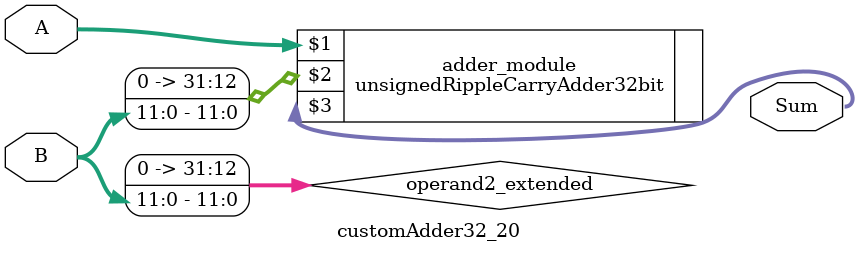
<source format=v>

module customAdder32_20(
                    input [31 : 0] A,
                    input [11 : 0] B,
                    
                    output [32 : 0] Sum
            );

    wire [31 : 0] operand2_extended;
    
    assign operand2_extended =  {20'b0, B};
    
    unsignedRippleCarryAdder32bit adder_module(
        A,
        operand2_extended,
        Sum
    );
    
endmodule
        
</source>
